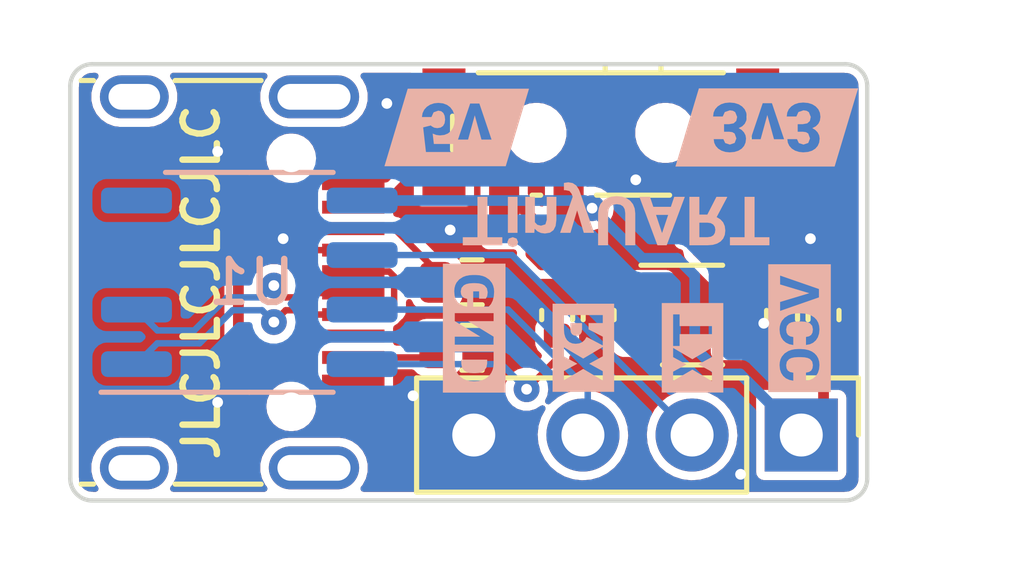
<source format=kicad_pcb>
(kicad_pcb (version 20211014) (generator pcbnew)
  (layers (0 "F.Cu" signal) (31 "B.Cu" signal) (34 "B.Paste" user) (35 "F.Paste" user) (36 "B.SilkS" user "B.Silkscreen") (37 "F.SilkS" user "F.Silkscreen") (38 "B.Mask" user) (39 "F.Mask" user) (44 "Edge.Cuts" user))
  (net 0 "")
  (net 1 "Net-(J1-PadA5)")
  (net 2 "GND")
  (net 3 "Net-(J1-PadB5)")
  (net 4 "VBUS")
  (net 6 "+3V3")
  (net 7 "D+")
  (net 8 "D-")
  (net 10 "TX")
  (net 11 "RX")
  (net 12 "Net-(C2-Pad2)")
  (net 16 "Vout")
  (footprint "Connector_PinHeader_2.54mm:PinHeader_1x04_P2.54mm_Vertical" (layer "F.Cu") (at 96.256 46.736 -90)
    (fp_text reference "J3" hide)
    (fp_text value "UART")
    (fp_line (start -1.33 1.27) (end -1.33 8.95) (layer "F.SilkS") (width 0.12))
    (fp_line (start -1.33 8.95) (end 1.33 8.95) (layer "F.SilkS") (width 0.12))
    (fp_line (start -1.33 1.27) (end 1.33 1.27) (layer "F.SilkS") (width 0.12))
    (fp_line (start -1.33 0) (end -1.33 -1.33) (layer "F.SilkS") (width 0.12))
    (fp_line (start 1.33 1.27) (end 1.33 8.95) (layer "F.SilkS") (width 0.12))
    (fp_line (start -1.33 -1.33) (end 0 -1.33) (layer "F.SilkS") (width 0.12))
    (pad "1" thru_hole rect (at 0 0 270) (size 1.7 1.7) (drill 1) (layers *.Cu *.Mask) (net 16 "Vout"))
    (pad "2" thru_hole oval (at 0 2.54 270) (size 1.7 1.7) (drill 1) (layers *.Cu *.Mask) (net 10 "TX"))
    (pad "3" thru_hole oval (at 0 5.08 270) (size 1.7 1.7) (drill 1) (layers *.Cu *.Mask) (net 11 "RX"))
    (pad "4" thru_hole oval (at 0 7.62 270) (size 1.7 1.7) (drill 1) (layers *.Cu *.Mask) (net 2 "GND"))
  )
  (footprint "Resistor_SMD:R_0603_1608Metric" (layer "F.Cu") (at 88.5952 43.18)
    (fp_text reference "R1" hide)
    (fp_text value "5k1")
    (fp_line (start -0.237258 0.5225) (end 0.237258 0.5225) (layer "F.SilkS") (width 0.12))
    (fp_line (start -0.237258 -0.5225) (end 0.237258 -0.5225) (layer "F.SilkS") (width 0.12))
    (pad "1" smd roundrect (at -0.825 0) (size 0.8 0.95) (layers "F.Cu" "F.Paste" "F.Mask") (net 1 "Net-(J1-PadA5)"))
    (pad "2" smd roundrect (at 0.825 0) (size 0.8 0.95) (layers "F.Cu" "F.Paste" "F.Mask") (net 2 "GND"))
  )
  (footprint "Button_Switch_SMD:SW_SPDT_PCM12" (layer "F.Cu") (at 91.5924 40.0304 180)
    (fp_text reference "SW1" hide)
    (fp_text value "SW_Push_SPDT" hide)
    (fp_line (start 3.45 0.72) (end 3.45 -0.07) (layer "F.SilkS") (width 0.12))
    (fp_line (start -1.6 -1.12) (end 0.1 -1.12) (layer "F.SilkS") (width 0.12))
    (fp_line (start -2.85 1.73) (end 2.85 1.73) (layer "F.SilkS") (width 0.12))
    (fp_line (start -0.1016 1.8796) (end -0.1016 1.73) (layer "F.SilkS") (width 0.12))
    (fp_line (start -3.45 -0.07) (end -3.45 0.72) (layer "F.SilkS") (width 0.12))
    (fp_line (start 1.4 -1.12) (end 1.6 -1.12) (layer "F.SilkS") (width 0.12))
    (fp_line (start -1.4 1.73) (end -1.4 1.8796) (layer "F.SilkS") (width 0.12))
    (pad "" smd rect (at 3.65 1.43 180) (size 1 0.8) (layers "F.Cu" "F.Paste" "F.Mask"))
    (pad "" smd rect (at -3.65 -0.78 180) (size 1 0.8) (layers "F.Cu" "F.Paste" "F.Mask"))
    (pad "" np_thru_hole circle (at 1.5 0.33 180) (size 0.9 0.9) (drill 0.9) (layers *.Cu *.Mask))
    (pad "" smd rect (at 3.65 -0.78 180) (size 1 0.8) (layers "F.Cu" "F.Paste" "F.Mask"))
    (pad "" np_thru_hole circle (at -1.5 0.33 180) (size 0.9 0.9) (drill 0.9) (layers *.Cu *.Mask))
    (pad "" smd rect (at -3.65 1.43 180) (size 1 0.8) (layers "F.Cu" "F.Paste" "F.Mask"))
    (pad "1" smd rect (at -2.25 -1.43 180) (size 0.7 1.5) (layers "F.Cu" "F.Paste" "F.Mask") (net 6 "+3V3"))
    (pad "2" smd rect (at 0.75 -1.43 180) (size 0.7 1.5) (layers "F.Cu" "F.Paste" "F.Mask") (net 16 "Vout"))
    (pad "3" smd rect (at 2.25 -1.43 180) (size 0.7 1.5) (layers "F.Cu" "F.Paste" "F.Mask") (net 4 "VBUS"))
  )
  (footprint "Capacitor_SMD:C_0402_1005Metric" (layer "F.Cu") (at 95.8088 43.942 -90)
    (fp_text reference "C4" hide)
    (fp_text value "1u")
    (fp_line (start -0.107836 -0.36) (end 0.107836 -0.36) (layer "F.SilkS") (width 0.12))
    (fp_line (start -0.107836 0.36) (end 0.107836 0.36) (layer "F.SilkS") (width 0.12))
    (pad "1" smd roundrect (at -0.48 0 270) (size 0.56 0.62) (layers "F.Cu" "F.Paste" "F.Mask") (net 6 "+3V3"))
    (pad "2" smd roundrect (at 0.48 0 270) (size 0.56 0.62) (layers "F.Cu" "F.Paste" "F.Mask") (net 2 "GND"))
  )
  (footprint "Capacitor_SMD:C_0402_1005Metric" (layer "F.Cu") (at 91.5416 43.942 -90)
    (fp_text reference "C3" hide)
    (fp_text value "1u")
    (fp_line (start -0.107836 -0.36) (end 0.107836 -0.36) (layer "F.SilkS") (width 0.12))
    (fp_line (start -0.107836 0.36) (end 0.107836 0.36) (layer "F.SilkS") (width 0.12))
    (pad "1" smd roundrect (at -0.48 0 270) (size 0.56 0.62) (layers "F.Cu" "F.Paste" "F.Mask") (net 4 "VBUS"))
    (pad "2" smd roundrect (at 0.48 0 270) (size 0.56 0.62) (layers "F.Cu" "F.Paste" "F.Mask") (net 2 "GND"))
  )
  (footprint "Connector_USB:USB_C_Receptacle_HRO_TYPE-C-31-M-12" (layer "F.Cu") (at 81.788 43.18 -90)
    (fp_text reference "J1" hide)
    (fp_text value "USB C")
    (fp_line (start -4.7 2) (end -4.7 2.286) (layer "F.SilkS") (width 0.12))
    (fp_line (start 4.7 -1.9) (end 4.7 0.1) (layer "F.SilkS") (width 0.12))
    (fp_line (start 4.7 2) (end 4.7 2.286) (layer "F.SilkS") (width 0.12))
    (fp_line (start -4.7 -1.9) (end -4.7 0.1) (layer "F.SilkS") (width 0.12))
    (pad "" np_thru_hole circle (at 2.89 -2.6 270) (size 0.65 0.65) (drill 0.65) (layers *.Cu *.Mask))
    (pad "" np_thru_hole circle (at -2.89 -2.6 270) (size 0.65 0.65) (drill 0.65) (layers *.Cu *.Mask))
    (pad "A1" smd rect (at -3.25 -4.045 270) (size 0.6 1.45) (layers "F.Cu" "F.Paste" "F.Mask") (net 2 "GND"))
    (pad "A4" smd rect (at -2.45 -4.045 270) (size 0.6 1.45) (layers "F.Cu" "F.Paste" "F.Mask") (net 4 "VBUS"))
    (pad "A5" smd rect (at -1.25 -4.045 270) (size 0.3 1.45) (layers "F.Cu" "F.Paste" "F.Mask") (net 1 "Net-(J1-PadA5)"))
    (pad "A6" smd rect (at -0.25 -4.045 270) (size 0.3 1.45) (layers "F.Cu" "F.Paste" "F.Mask") (net 7 "D+"))
    (pad "A7" smd rect (at 0.25 -4.045 270) (size 0.3 1.45) (layers "F.Cu" "F.Paste" "F.Mask") (net 8 "D-"))
    (pad "A8" smd rect (at 1.25 -4.045 270) (size 0.3 1.45) (layers "F.Cu" "F.Paste" "F.Mask"))
    (pad "A9" smd rect (at 2.45 -4.045 270) (size 0.6 1.45) (layers "F.Cu" "F.Paste" "F.Mask") (net 4 "VBUS"))
    (pad "A12" smd rect (at 3.25 -4.045 270) (size 0.6 1.45) (layers "F.Cu" "F.Paste" "F.Mask") (net 2 "GND"))
    (pad "B1" smd rect (at 3.25 -4.045 270) (size 0.6 1.45) (layers "F.Cu" "F.Paste" "F.Mask") (net 2 "GND"))
    (pad "B4" smd rect (at 2.45 -4.045 270) (size 0.6 1.45) (layers "F.Cu" "F.Paste" "F.Mask") (net 4 "VBUS"))
    (pad "B5" smd rect (at 1.75 -4.045 270) (size 0.3 1.45) (layers "F.Cu" "F.Paste" "F.Mask") (net 3 "Net-(J1-PadB5)"))
    (pad "B6" smd rect (at 0.75 -4.045 270) (size 0.3 1.45) (layers "F.Cu" "F.Paste" "F.Mask") (net 7 "D+"))
    (pad "B7" smd rect (at -0.75 -4.045 270) (size 0.3 1.45) (layers "F.Cu" "F.Paste" "F.Mask") (net 8 "D-"))
    (pad "B8" smd rect (at -1.75 -4.045 270) (size 0.3 1.45) (layers "F.Cu" "F.Paste" "F.Mask"))
    (pad "B9" smd rect (at -2.45 -4.045 270) (size 0.6 1.45) (layers "F.Cu" "F.Paste" "F.Mask") (net 4 "VBUS"))
    (pad "B12" smd rect (at -3.25 -4.045 270) (size 0.6 1.45) (layers "F.Cu" "F.Paste" "F.Mask") (net 2 "GND"))
    (pad "S1" thru_hole oval (at 4.32 -3.13 270) (size 1 2.1) (drill oval 0.6 1.7) (layers *.Cu *.Mask))
    (pad "S1" thru_hole oval (at 4.32 1.05 270) (size 1 1.6) (drill oval 0.6 1.2) (layers *.Cu *.Mask))
    (pad "S1" thru_hole oval (at -4.32 -3.13 270) (size 1 2.1) (drill oval 0.6 1.7) (layers *.Cu *.Mask))
    (pad "S1" thru_hole oval (at -4.32 1.05 270) (size 1 1.6) (drill oval 0.6 1.2) (layers *.Cu *.Mask))
  )
  (footprint "Resistor_SMD:R_0603_1608Metric" (layer "F.Cu") (at 88.5952 44.704)
    (fp_text reference "R2" hide)
    (fp_text value "5k1")
    (fp_line (start -0.237258 0.5225) (end 0.237258 0.5225) (layer "F.SilkS") (width 0.12))
    (fp_line (start -0.237258 -0.5225) (end 0.237258 -0.5225) (layer "F.SilkS") (width 0.12))
    (pad "1" smd roundrect (at -0.825 0) (size 0.8 0.95) (layers "F.Cu" "F.Paste" "F.Mask") (net 3 "Net-(J1-PadB5)"))
    (pad "2" smd roundrect (at 0.825 0) (size 0.8 0.95) (layers "F.Cu" "F.Paste" "F.Mask") (net 2 "GND"))
  )
  (footprint "Package_TO_SOT_SMD:SOT-353_SC-70-5" (layer "F.Cu") (at 93.726 43.942)
    (fp_text reference "U2" hide)
    (fp_text value "ME6211C")
    (fp_line (start -0.7 1.16) (end 0.7 1.16) (layer "F.SilkS") (width 0.12))
    (fp_line (start 0.7 -1.16) (end -1.2 -1.16) (layer "F.SilkS") (width 0.12))
    (pad "1" smd rect (at -0.95 -0.65) (size 0.65 0.4) (layers "F.Cu" "F.Paste" "F.Mask") (net 4 "VBUS"))
    (pad "2" smd rect (at -0.95 0) (size 0.65 0.4) (layers "F.Cu" "F.Paste" "F.Mask") (net 2 "GND"))
    (pad "3" smd rect (at -0.95 0.65) (size 0.65 0.4) (layers "F.Cu" "F.Paste" "F.Mask") (net 4 "VBUS"))
    (pad "4" smd rect (at 0.95 0.65) (size 0.65 0.4) (layers "F.Cu" "F.Paste" "F.Mask"))
    (pad "5" smd rect (at 0.95 -0.65) (size 0.65 0.4) (layers "F.Cu" "F.Paste" "F.Mask") (net 6 "+3V3"))
  )
  (footprint "Capacitor_SMD:C_0402_1005Metric" (layer "F.Cu") (at 90.5764 43.942 -90)
    (fp_text reference "C2" hide)
    (fp_text value "100n")
    (fp_line (start -0.107836 -0.36) (end 0.107836 -0.36) (layer "F.SilkS") (width 0.12))
    (fp_line (start -0.107836 0.36) (end 0.107836 0.36) (layer "F.SilkS") (width 0.12))
    (pad "1" smd roundrect (at -0.48 0 270) (size 0.56 0.62) (layers "F.Cu" "F.Paste" "F.Mask") (net 2 "GND"))
    (pad "2" smd roundrect (at 0.48 0 270) (size 0.56 0.62) (layers "F.Cu" "F.Paste" "F.Mask") (net 12 "Net-(C2-Pad2)"))
  )
  (footprint "Capacitor_SMD:C_0402_1005Metric" (layer "F.Cu") (at 96.774 43.942 90)
    (fp_text reference "C1" hide)
    (fp_text value "100n")
    (fp_line (start -0.107836 -0.36) (end 0.107836 -0.36) (layer "F.SilkS") (width 0.12))
    (fp_line (start -0.107836 0.36) (end 0.107836 0.36) (layer "F.SilkS") (width 0.12))
    (pad "1" smd roundrect (at -0.48 0 90) (size 0.56 0.62) (layers "F.Cu" "F.Paste" "F.Mask") (net 16 "Vout"))
    (pad "2" smd roundrect (at 0.48 0 90) (size 0.56 0.62) (layers "F.Cu" "F.Paste" "F.Mask") (net 2 "GND"))
  )
  (footprint "kibuzzard-63CD5252" (layer "B.Cu") (at 91.186 44.704 -90)
    (fp_text reference "kibuzzard-63CD5252" hide)
    (fp_text value "G***" hide)
    (fp_poly (pts (xy -0.761814 0.716029) (xy -1.026397 0.716029) (xy -1.026397 -0.716029) (xy -0.761814 -0.716029) (xy -0.575779 -0.716029) (xy -0.575779 -0.451445) (xy -0.761814 -0.451445) (xy -0.761814 0.451445) (xy -0.426331 0.451445) (xy -0.327801 0.443522) (xy -0.245532 0.41975) (xy -0.179524 0.380132) (xy -0.131293 0.326044) (xy -0.102354 0.258864) (xy -0.092708 0.178594) (xy -0.102707 0.09387) (xy -0.132705 0.024495) (xy -0.183012 -0.030928) (xy -0.253938 -0.073794) (xy -0.058601 -0.442764) (xy -0.058601 -0.451445) (xy -0.258279 -0.451445) (xy -0.427571 -0.120923) (xy -0.575779 -0.120923) (xy -0.575779 -0.451445) (xy -0.575779 -0.716029) (xy 0.761814 -0.716029) (xy 0.761814 -0.451445) (xy 0.545393 -0.451445) (xy 0.37176 -0.135186) (xy 0.198127 -0.451445) (xy -0.018293 -0.451445) (xy 0.251458 0.003721) (xy -0.011472 0.451445) (xy 0.202468 0.451445) (xy 0.37176 0.140146) (xy 0.541052 0.451445) (xy 0.754993 0.451445) (xy 0.492063 0.003721) (xy 0.761814 -0.451445) (xy 0.761814 -0.716029) (xy 1.026397 -0.716029) (xy 1.026397 0.716029) (xy 0.761814 0.716029) (xy -0.761814 0.716029)) (layer "B.SilkS") (width 0) (fill solid))
    (fp_poly (pts (xy -0.575779 0.029766) (xy -0.42571 0.029766) (xy -0.363544 0.03868) (xy -0.31719 0.065422) (xy -0.288354 0.107823) (xy -0.278743 0.163711) (xy -0.287812 0.220762) (xy -0.31502 0.26417) (xy -0.360986 0.29161) (xy -0.426331 0.300757) (xy -0.575779 0.300757) (xy -0.575779 0.029766)) (layer "B.SilkS") (width 0) (fill solid))
  )
  (footprint "kibuzzard-63CD525C" (layer "B.Cu") (at 93.726 44.704 -90)
    (fp_text reference "kibuzzard-63CD525C" hide)
    (fp_text value "G***" hide)
    (fp_poly (pts (xy -0.777317 0.716029) (xy -1.0419 0.716029) (xy -1.0419 -0.716029) (xy -0.777317 -0.716029) (xy -0.31843 -0.716029) (xy -0.31843 -0.451445) (xy -0.504465 -0.451445) (xy -0.504465 0.300757) (xy -0.777317 0.300757) (xy -0.777317 0.451445) (xy -0.041858 0.451445) (xy -0.041858 0.300757) (xy -0.31843 0.300757) (xy -0.31843 -0.451445) (xy -0.31843 -0.716029) (xy 0.777317 -0.716029) (xy 0.777317 -0.451445) (xy 0.560896 -0.451445) (xy 0.387263 -0.135186) (xy 0.21363 -0.451445) (xy -0.002791 -0.451445) (xy 0.26696 0.003721) (xy 0.004031 0.451445) (xy 0.217971 0.451445) (xy 0.387263 0.140146) (xy 0.556555 0.451445) (xy 0.770496 0.451445) (xy 0.507566 0.003721) (xy 0.777317 -0.451445) (xy 0.777317 -0.716029) (xy 1.0419 -0.716029) (xy 1.0419 0.716029) (xy 0.777317 0.716029) (xy -0.777317 0.716029)) (layer "B.SilkS") (width 0) (fill solid))
  )
  (footprint "Package_SO:SOP-8_3.9x4.9mm_P1.27mm" (layer "B.Cu") (at 83.4136 43.18)
    (fp_text reference "U1" (at 0.0508 0) (layer "B.SilkS") (effects (justify mirror)))
    (fp_text value "CH340N")
    (fp_line (start 0 2.56) (end -3.45 2.56) (layer "B.SilkS") (width 0.12))
    (fp_line (start 0 -2.56) (end 1.95 -2.56) (layer "B.SilkS") (width 0.12))
    (fp_line (start 0 -2.56) (end -1.95 -2.56) (layer "B.SilkS") (width 0.12))
    (fp_line (start 0 2.56) (end 1.95 2.56) (layer "B.SilkS") (width 0.12))
    (pad "1" smd roundrect (at -2.625 1.905) (size 1.65 0.6) (layers "B.Cu" "B.Paste" "B.Mask") (net 7 "D+"))
    (pad "2" smd roundrect (at -2.625 0.635) (size 1.65 0.6) (layers "B.Cu" "B.Paste" "B.Mask") (net 8 "D-"))
    (pad "3" smd roundrect (at -2.625 -0.635) (size 1.65 0.6) (layers "B.Cu" "B.Paste" "B.Mask") (net 2 "GND"))
    (pad "4" smd roundrect (at -2.625 -1.905) (size 1.65 0.6) (layers "B.Cu" "B.Paste" "B.Mask"))
    (pad "5" smd roundrect (at 2.625 -1.905) (size 1.65 0.6) (layers "B.Cu" "B.Paste" "B.Mask") (net 16 "Vout"))
    (pad "6" smd roundrect (at 2.625 -0.635) (size 1.65 0.6) (layers "B.Cu" "B.Paste" "B.Mask") (net 10 "TX"))
    (pad "7" smd roundrect (at 2.625 0.635) (size 1.65 0.6) (layers "B.Cu" "B.Paste" "B.Mask") (net 11 "RX"))
    (pad "8" smd roundrect (at 2.625 1.905) (size 1.65 0.6) (layers "B.Cu" "B.Paste" "B.Mask") (net 12 "Net-(C2-Pad2)"))
  )
  (footprint "kibuzzard-63CD506C" (layer "B.Cu") (at 88.2396 39.5732)
    (fp_text reference "kibuzzard-63CD506C" hide)
    (fp_text value "G***" hide)
    (fp_poly (pts (xy -0.809641 0.902787) (xy -1.14037 0.902787) (xy -1.682042 0.902787) (xy -1.14037 -0.902787) (xy -0.809641 -0.902787) (xy -0.427493 -0.902787) (xy -0.427493 -0.572058) (xy -0.526131 -0.561691) (xy -0.617404 -0.530588) (xy -0.695791 -0.480688) (xy -0.755768 -0.413928) (xy -0.794622 -0.333507) (xy -0.809641 -0.242621) (xy -0.587949 -0.242621) (xy -0.538727 -0.352304) (xy -0.428268 -0.391449) (xy -0.361024 -0.377787) (xy -0.311221 -0.336801) (xy -0.280409 -0.270817) (xy -0.270139 -0.182159) (xy -0.28196 -0.097281) (xy -0.317422 -0.034882) (xy -0.37459 0.003488) (xy -0.451523 0.016278) (xy -0.523805 0.005814) (xy -0.580972 -0.02558) (xy -0.602676 -0.045734) (xy -0.78096 -0.00155) (xy -0.715848 0.572058) (xy -0.083328 0.572058) (xy -0.083328 0.385248) (xy -0.532138 0.385248) (xy -0.560043 0.142627) (xy -0.477684 0.174602) (xy -0.390286 0.18526) (xy -0.290551 0.17415) (xy -0.206318 0.140818) (xy -0.137589 0.085266) (xy -0.086773 0.009732) (xy -0.056284 -0.083544) (xy -0.046121 -0.194562) (xy -0.057652 -0.298141) (xy -0.092242 -0.390286) (xy -0.148344 -0.467026) (xy -0.224405 -0.524387) (xy -0.318198 -0.56014) (xy -0.427493 -0.572058) (xy -0.427493 -0.902787) (xy 0.526712 -0.902787) (xy 0.526712 -0.556555) (xy 0.312772 -0.556555) (xy 0.029843 0.282153) (xy 0.263937 0.282153) (xy 0.419742 -0.282928) (xy 0.575546 0.282153) (xy 0.809641 0.282153) (xy 0.526712 -0.556555) (xy 0.526712 -0.902787) (xy 0.809641 -0.902787) (xy 1.14037 -0.902787) (xy 1.682042 -0.902787) (xy 1.14037 0.902787) (xy 0.809641 0.902787) (xy -0.809641 0.902787)) (layer "B.SilkS") (width 0) (fill solid))
  )
  (footprint "kibuzzard-63CD5248" (layer "B.Cu") (at 88.646 44.2468 -90)
    (fp_text reference "kibuzzard-63CD5248" hide)
    (fp_text value "G***" hide)
    (fp_poly (pts (xy -1.237134 0.728431) (xy -1.501717 0.728431) (xy -1.501717 -0.728431) (xy -1.237134 -0.728431) (xy -0.84584 -0.728431) (xy -0.84584 -0.463848) (xy -0.920771 -0.458163) (xy -0.989294 -0.44111) (xy -1.051409 -0.412688) (xy -1.129698 -0.349979) (xy -1.187834 -0.26417) (xy -1.214672 -0.195475) (xy -1.231105 -0.1192) (xy -1.237134 -0.035347) (xy -1.237134 0.026045) (xy -1.232069 0.112138) (xy -1.216877 0.190169) (xy -1.191555 0.260139) (xy -1.1359 0.347421) (xy -1.06009 0.411448) (xy -0.99956 0.440559) (xy -0.932484 0.458025) (xy -0.858862 0.463848) (xy -0.759575 0.455338) (xy -0.675859 0.42981) (xy -0.607715 0.387263) (xy -0.555556 0.328455) (xy -0.519796 0.254145) (xy -0.500435 0.164331) (xy -0.681509 0.164331) (xy -0.70143 0.231459) (xy -0.736389 0.277813) (xy -0.786851 0.304788) (xy -0.853281 0.313779) (xy -0.936842 0.295951) (xy -0.997769 0.242466) (xy -1.025398 0.187206) (xy -1.042141 0.116513) (xy -1.047998 0.030386) (xy -1.047998 -0.027285) (xy -1.042004 -0.114239) (xy -1.02402 -0.18576) (xy -0.994048 -0.241846) (xy -0.92754 -0.296261) (xy -0.835918 -0.314399) (xy -0.746156 -0.303237) (xy -0.68647 -0.269751) (xy -0.68647 -0.114102) (xy -0.855762 -0.114102) (xy -0.855762 0.022944) (xy -0.500435 0.022944) (xy -0.500435 -0.337344) (xy -0.561051 -0.390751) (xy -0.642441 -0.430671) (xy -0.73918 -0.455554) (xy -0.84584 -0.463848) (xy -0.84584 -0.728431) (xy 0.384473 -0.728431) (xy 0.384473 -0.451445) (xy 0.198438 -0.451445) (xy -0.163711 0.142627) (xy -0.163711 -0.451445) (xy -0.349746 -0.451445) (xy -0.349746 0.451445) (xy -0.163711 0.451445) (xy 0.199058 -0.143867) (xy 0.199058 0.451445) (xy 0.384473 0.451445) (xy 0.384473 -0.451445) (xy 0.384473 -0.728431) (xy 0.546943 -0.728431) (xy 0.546943 -0.451445) (xy 0.546943 0.451445) (xy 0.824756 0.451445) (xy 0.90134 0.445485) (xy 0.972344 0.427605) (xy 1.037766 0.397805) (xy 1.095816 0.357015) (xy 1.144702 0.306166) (xy 1.184424 0.245256) (xy 1.213707 0.17632) (xy 1.231277 0.101389) (xy 1.237134 0.020464) (xy 1.237134 -0.021084) (xy 1.23138 -0.101906) (xy 1.214121 -0.176527) (xy 1.185354 -0.244946) (xy 1.146114 -0.305373) (xy 1.097435 -0.356016) (xy 1.039316 -0.396875) (xy 0.973791 -0.426916) (xy 0.902891 -0.445106) (xy 0.826616 -0.451445) (xy 0.546943 -0.451445) (xy 0.546943 -0.728431) (xy 1.237134 -0.728431) (xy 1.501717 -0.728431) (xy 1.501717 0.728431) (xy 1.237134 0.728431) (xy -1.237134 0.728431)) (layer "B.SilkS") (width 0) (fill solid))
    (fp_poly (pts (xy 0.732979 0.300757) (xy 0.732979 -0.301997) (xy 0.822896 -0.301997) (xy 0.919169 -0.284169) (xy 0.989707 -0.230684) (xy 1.021884 -0.17632) (xy 1.041521 -0.108314) (xy 1.048618 -0.026665) (xy 1.048618 0.021084) (xy 1.042279 0.105454) (xy 1.023262 0.175011) (xy 0.991567 0.229753) (xy 0.921339 0.283006) (xy 0.824756 0.300757) (xy 0.732979 0.300757)) (layer "B.SilkS") (width 0) (fill solid))
  )
  (footprint "kibuzzard-63CD529F" (layer "B.Cu") (at 91.948 41.6052)
    (fp_text reference "kibuzzard-63CD529F" hide)
    (fp_text value "G***" hide)
    (fp_poly (pts (xy 0.445709 0.71236) (xy 0.445709 -0.031006) (xy 0.432833 -0.1459) (xy 0.394205 -0.243568) (xy 0.329825 -0.324011) (xy 0.243138 -0.38387) (xy 0.137589 -0.419785) (xy 0.013177 -0.431757) (xy -0.109554 -0.420129) (xy -0.214199 -0.385248) (xy -0.300757 -0.327112) (xy -0.365611 -0.24865) (xy -0.405143 -0.15279) (xy -0.419354 -0.039532) (xy -0.419354 0.71236) (xy -0.18681 0.71236) (xy -0.18681 -0.032556) (xy -0.173536 -0.128384) (xy -0.133713 -0.194174) (xy -0.070441 -0.232253) (xy 0.013177 -0.244946) (xy 0.09917 -0.232059) (xy 0.161037 -0.193399) (xy 0.198777 -0.128965) (xy 0.21239 -0.038757) (xy 0.21239 0.71236) (xy 0.445709 0.71236)) (layer "B.SilkS") (width 0) (fill solid))
    (fp_poly (pts (xy 3.567224 0.523999) (xy 3.221509 0.523999) (xy 3.221509 -0.416254) (xy 2.988965 -0.416254) (xy 2.988965 0.523999) (xy 2.6479 0.523999) (xy 2.6479 0.71236) (xy 3.567224 0.71236) (xy 3.567224 0.523999)) (layer "B.SilkS") (width 0) (fill solid))
    (fp_poly (pts (xy -0.906921 -0.099219) (xy -0.751892 0.422455) (xy -0.511597 0.422455) (xy -0.848785 -0.546478) (xy -0.867389 -0.590662) (xy -0.928367 -0.681957) (xy -1.011049 -0.736734) (xy -1.115436 -0.754993) (xy -1.214655 -0.740265) (xy -1.214655 -0.570508) (xy -1.180548 -0.571283) (xy -1.085593 -0.551904) (xy -1.036371 -0.487567) (xy -1.010016 -0.418579) (xy -1.303796 0.422455) (xy -1.062726 0.422455) (xy -0.906921 -0.099219)) (layer "B.SilkS") (width 0) (fill solid))
    (fp_poly (pts (xy 2.122351 -0.003101) (xy 1.937091 -0.003101) (xy 1.937091 0.18526) (xy 2.124677 0.18526) (xy 2.202385 0.196403) (xy 2.260327 0.229831) (xy 2.296371 0.282832) (xy 2.308386 0.352692) (xy 2.29705 0.424005) (xy 2.26304 0.478265) (xy 2.205582 0.512566) (xy 2.123901 0.523999) (xy 1.937091 0.523999) (xy 1.937091 0.18526) (xy 1.937091 -0.003101) (xy 1.937091 -0.416254) (xy 1.704547 -0.416254) (xy 1.704547 0.71236) (xy 2.123901 0.71236) (xy 2.247064 0.702455) (xy 2.3499 0.672741) (xy 2.43241 0.623218) (xy 2.492699 0.555608) (xy 2.528872 0.471634) (xy 2.54093 0.371295) (xy 2.528431 0.265391) (xy 2.490933 0.178671) (xy 2.428049 0.109393) (xy 2.339392 0.055811) (xy 2.583563 -0.405402) (xy 2.583563 -0.416254) (xy 2.333966 -0.416254) (xy 2.122351 -0.003101)) (layer "B.SilkS") (width 0) (fill solid))
    (fp_poly (pts (xy -2.6479 0.523999) (xy -2.993616 0.523999) (xy -2.993616 -0.416254) (xy -3.22616 -0.416254) (xy -3.22616 0.523999) (xy -3.567224 0.523999) (xy -3.567224 0.71236) (xy -2.6479 0.71236) (xy -2.6479 0.523999)) (layer "B.SilkS") (width 0) (fill solid))
    (fp_poly (pts (xy -2.531628 0.639496) (xy -2.49791 0.722437) (xy -2.406055 0.754993) (xy -2.314587 0.722437) (xy -2.280481 0.639496) (xy -2.314975 0.55578) (xy -2.406055 0.523224) (xy -2.497134 0.55578) (xy -2.531628 0.639496)) (layer "B.SilkS") (width 0) (fill solid))
    (fp_poly (pts (xy 1.273566 -0.18371) (xy 0.928625 -0.18371) (xy 0.928625 0.004651) (xy 1.210779 0.004651) (xy 1.068927 0.427106) (xy 0.928625 0.004651) (xy 0.928625 -0.18371) (xy 0.865839 -0.18371) (xy 0.788324 -0.416254) (xy 0.541052 -0.416254) (xy 0.961182 0.71236) (xy 1.176672 0.71236) (xy 1.599127 -0.416254) (xy 1.351855 -0.416254) (xy 1.273566 -0.18371)) (layer "B.SilkS") (width 0) (fill solid))
    (fp_poly (pts (xy -1.902985 0.422455) (xy -1.896008 0.325562) (xy -1.82926 0.388004) (xy -1.748903 0.425469) (xy -1.654938 0.437958) (xy -1.538666 0.418385) (xy -1.4565 0.359668) (xy -1.407278 0.262) (xy -1.389838 0.125574) (xy -1.389838 -0.416254) (xy -1.613855 -0.416254) (xy -1.613855 0.120148) (xy -1.644861 0.22363) (xy -1.747955 0.255798) (xy -1.830702 0.235645) (xy -1.889807 0.175183) (xy -1.889807 -0.416254) (xy -2.113824 -0.416254) (xy -2.113824 0.422455) (xy -1.902985 0.422455)) (layer "B.SilkS") (width 0) (fill solid))
    (fp_poly (pts (xy -2.293658 -0.416254) (xy -2.518451 -0.416254) (xy -2.518451 0.422455) (xy -2.293658 0.422455) (xy -2.293658 -0.416254)) (layer "B.SilkS") (width 0) (fill solid))
  )
  (footprint "kibuzzard-63CD526B" (layer "B.Cu") (at 96.2152 44.2468 -90)
    (fp_text reference "kibuzzard-63CD526B" hide)
    (fp_text value "G***" hide)
    (fp_poly (pts (xy -1.223801 0.728431) (xy -1.488385 0.728431) (xy -1.488385 -0.728431) (xy -1.223801 -0.728431) (xy -0.716545 -0.728431) (xy -0.716545 -0.451445) (xy -0.910642 -0.451445) (xy -1.223801 0.451445) (xy -1.017302 0.451445) (xy -0.813904 -0.227583) (xy -0.609265 0.451445) (xy -0.402146 0.451445) (xy -0.716545 -0.451445) (xy -0.716545 -0.728431) (xy 0.028215 -0.728431) (xy 0.028215 -0.463848) (xy -0.05397 -0.456542) (xy -0.126891 -0.434625) (xy -0.19055 -0.398096) (xy -0.244946 -0.346956) (xy -0.28849 -0.283064) (xy -0.319593 -0.208282) (xy -0.338255 -0.122609) (xy -0.344475 -0.026045) (xy -0.344475 0.029146) (xy -0.339376 0.112517) (xy -0.32408 0.188998) (xy -0.298586 0.258589) (xy -0.242853 0.346258) (xy -0.167432 0.410828) (xy -0.107521 0.440283) (xy -0.041479 0.457957) (xy 0.030696 0.463848) (xy 0.128123 0.454546) (xy 0.212046 0.426641) (xy 0.282463 0.380132) (xy 0.337171 0.316811) (xy 0.373965 0.23847) (xy 0.392844 0.145107) (xy 0.206809 0.145107) (xy 0.191229 0.220529) (xy 0.15813 0.271921) (xy 0.105342 0.301454) (xy 0.030696 0.311299) (xy -0.050617 0.294633) (xy -0.108521 0.244636) (xy -0.134324 0.19203) (xy -0.150137 0.123093) (xy -0.155959 0.037827) (xy -0.155959 -0.030386) (xy -0.151033 -0.1192) (xy -0.136254 -0.190514) (xy -0.111621 -0.244326) (xy -0.054493 -0.295021) (xy 0.028215 -0.311919) (xy 0.103482 -0.302075) (xy 0.15689 -0.272542) (xy 0.190298 -0.22239) (xy 0.205569 -0.150688) (xy 0.391604 -0.150688) (xy 0.374964 -0.24095) (xy 0.339101 -0.317431) (xy 0.284014 -0.380132) (xy 0.212459 -0.426641) (xy 0.127193 -0.454546) (xy 0.028215 -0.463848) (xy 0.028215 -0.728431) (xy 0.859172 -0.728431) (xy 0.859172 -0.463848) (xy 0.776987 -0.456542) (xy 0.704066 -0.434625) (xy 0.640407 -0.398096) (xy 0.586011 -0.346956) (xy 0.542467 -0.283064) (xy 0.511364 -0.208282) (xy 0.492702 -0.122609) (xy 0.486482 -0.026045) (xy 0.486482 0.029146) (xy 0.491581 0.112517) (xy 0.506877 0.188998) (xy 0.532371 0.258589) (xy 0.588104 0.346258) (xy 0.663525 0.410828) (xy 0.723436 0.440283) (xy 0.789478 0.457957) (xy 0.861653 0.463848) (xy 0.95908 0.454546) (xy 1.043003 0.426641) (xy 1.11342 0.380132) (xy 1.168129 0.316811) (xy 1.204922 0.23847) (xy 1.223801 0.145107) (xy 1.037766 0.145107) (xy 1.022186 0.220529) (xy 0.989087 0.271921) (xy 0.936299 0.301454) (xy 0.861653 0.311299) (xy 0.78034 0.294633) (xy 0.722437 0.244636) (xy 0.696633 0.19203) (xy 0.68082 0.123093) (xy 0.674998 0.037827) (xy 0.674998 -0.030386) (xy 0.679924 -0.1192) (xy 0.694704 -0.190514) (xy 0.719336 -0.244326) (xy 0.776464 -0.295021) (xy 0.859172 -0.311919) (xy 0.934439 -0.302075) (xy 0.987847 -0.272542) (xy 1.021255 -0.22239) (xy 1.036526 -0.150688) (xy 1.222561 -0.150688) (xy 1.205921 -0.24095) (xy 1.170058 -0.317431) (xy 1.114971 -0.380132) (xy 1.043416 -0.426641) (xy 0.95815 -0.454546) (xy 0.859172 -0.463848) (xy 0.859172 -0.728431) (xy 1.223801 -0.728431) (xy 1.488385 -0.728431) (xy 1.488385 0.728431) (xy 1.223801 0.728431) (xy -1.223801 0.728431)) (layer "B.SilkS") (width 0) (fill solid))
  )
  (footprint "kibuzzard-63CD5015" (layer "B.Cu") (at 95.4532 39.5732)
    (fp_text reference "kibuzzard-63CD5015" hide)
    (fp_text value "G***" hide)
    (fp_poly (pts (xy -1.248373 0.910539) (xy -1.579103 0.910539) (xy -2.125426 0.910539) (xy -1.579103 -0.910539) (xy -1.248373 -0.910539) (xy -0.864676 -0.910539) (xy -0.864676 -0.57981) (xy -0.970483 -0.569905) (xy -1.062597 -0.540191) (xy -1.141016 -0.490668) (xy -1.200659 -0.424866) (xy -1.236445 -0.346318) (xy -1.248373 -0.255023) (xy -1.024356 -0.255023) (xy -0.976685 -0.358893) (xy -0.85925 -0.3992) (xy -0.788033 -0.388639) (xy -0.734064 -0.356955) (xy -0.688718 -0.244946) (xy -0.709388 -0.151067) (xy -0.7714 -0.09474) (xy -0.874753 -0.075964) (xy -0.99335 -0.075964) (xy -0.99335 0.099219) (xy -0.873978 0.099219) (xy -0.799757 0.109877) (xy -0.747629 0.141852) (xy -0.706546 0.255023) (xy -0.747241 0.361218) (xy -0.85925 0.3992) (xy -0.966995 0.363931) (xy -1.010403 0.272076) (xy -1.234421 0.272076) (xy -1.222503 0.355889) (xy -1.186749 0.430594) (xy -1.129582 0.49309) (xy -1.053424 0.540277) (xy -0.96341 0.569926) (xy -0.864676 0.57981) (xy -0.753916 0.570292) (xy -0.660382 0.541741) (xy -0.584073 0.494156) (xy -0.527659 0.429862) (xy -0.493811 0.351184) (xy -0.482529 0.258124) (xy -0.49435 0.18371) (xy -0.529813 0.115497) (xy -0.58446 0.057942) (xy -0.653836 0.015503) (xy -0.570605 -0.02713) (xy -0.511597 -0.086816) (xy -0.476424 -0.16123) (xy -0.4647 -0.248047) (xy -0.476887 -0.341667) (xy -0.513448 -0.422024) (xy -0.574384 -0.489117) (xy -0.655386 -0.539502) (xy -0.75215 -0.569733) (xy -0.864676 -0.57981) (xy -0.864676 -0.910539) (xy 0.11976 -0.910539) (xy 0.11976 -0.564307) (xy -0.09418 -0.564307) (xy -0.377109 0.274402) (xy -0.143015 0.274402) (xy 0.01279 -0.29068) (xy 0.168594 0.274402) (xy 0.402689 0.274402) (xy 0.11976 -0.564307) (xy 0.11976 -0.910539) (xy 0.848398 -0.910539) (xy 0.848398 -0.57981) (xy 0.74259 -0.569905) (xy 0.650477 -0.540191) (xy 0.572058 -0.490668) (xy 0.512415 -0.424866) (xy 0.476629 -0.346318) (xy 0.4647 -0.255023) (xy 0.688718 -0.255023) (xy 0.736389 -0.358893) (xy 0.853824 -0.3992) (xy 0.92504 -0.388639) (xy 0.97901 -0.356955) (xy 1.024356 -0.244946) (xy 1.003686 -0.151067) (xy 0.941674 -0.09474) (xy 0.838321 -0.075964) (xy 0.719724 -0.075964) (xy 0.719724 0.099219) (xy 0.839096 0.099219) (xy 0.913316 0.109877) (xy 0.965445 0.141852) (xy 1.006528 0.255023) (xy 0.965833 0.361218) (xy 0.853824 0.3992) (xy 0.746078 0.363931) (xy 0.70267 0.272076) (xy 0.478653 0.272076) (xy 0.490571 0.355889) (xy 0.526324 0.430594) (xy 0.583492 0.49309) (xy 0.65965 0.540277) (xy 0.749664 0.569926) (xy 0.848398 0.57981) (xy 0.959158 0.570292) (xy 1.052692 0.541741) (xy 1.129001 0.494156) (xy 1.185414 0.429862) (xy 1.219262 0.351184) (xy 1.230545 0.258124) (xy 1.218724 0.18371) (xy 1.183261 0.115497) (xy 1.128613 0.057942) (xy 1.059238 0.015503) (xy 1.142469 -0.02713) (xy 1.201477 -0.086816) (xy 1.236649 -0.16123) (xy 1.248373 -0.248047) (xy 1.236186 -0.341667) (xy 1.199625 -0.422024) (xy 1.13869 -0.489117) (xy 1.057687 -0.539502) (xy 0.960923 -0.569733) (xy 0.848398 -0.57981) (xy 0.848398 -0.910539) (xy 1.248373 -0.910539) (xy 1.579103 -0.910539) (xy 2.125426 -0.910539) (xy 1.579103 0.910539) (xy 1.248373 0.910539) (xy -1.248373 0.910539)) (layer "B.SilkS") (width 0) (fill solid))
  )
  (gr_arc (start 79.248 38.608) (mid 79.39679 38.24879) (end 79.756 38.1) (layer "Edge.Cuts") (width 0.1))
  (gr_line (start 79.756 38.1) (end 97.282 38.1) (layer "Edge.Cuts") (width 0.1))
  (gr_line (start 79.756 48.26) (end 97.282 48.26) (layer "Edge.Cuts") (width 0.1))
  (gr_arc (start 97.282 38.1) (mid 97.64121 38.24879) (end 97.79 38.608) (layer "Edge.Cuts") (width 0.1))
  (gr_arc (start 79.756 48.26) (mid 79.39679 48.11121) (end 79.248 47.752) (layer "Edge.Cuts") (width 0.1))
  (gr_line (start 79.248 47.752) (end 79.248 38.608) (layer "Edge.Cuts") (width 0.1))
  (gr_arc (start 97.79 47.752) (mid 97.64121 48.11121) (end 97.282 48.26) (layer "Edge.Cuts") (width 0.1))
  (gr_line (start 97.79 47.752) (end 97.79 38.608) (layer "Edge.Cuts") (width 0.1))
  (gr_text "JLCJLCJLCJLC" (at 82.296 43.18 90) (layer "F.SilkS") (effects (font (size 0.8 0.8))))
  (segment (start 87.7702 42.9138) (end 87.7702 43.18) (width 0.15) (layer "F.Cu") (net 1))
  (segment (start 86.7864 41.93) (end 87.7702 42.9138) (width 0.15) (layer "F.Cu") (net 1))
  (segment (start 85.833 41.93) (end 86.7864 41.93) (width 0.15) (layer "F.Cu") (net 1))
  (via (at 84.201 42.164) (size 0.6) (drill 0.25) (layers "F.Cu" "B.Cu") (net 2))
  (via (at 95.383663 44.133428) (size 0.6) (drill 0.25) (layers "F.Cu" "B.Cu") (net 2))
  (via (at 82.677 40.132) (size 0.6) (drill 0.25) (layers "F.Cu" "B.Cu") (net 2))
  (via (at 88.0872 41.9608) (size 0.6) (drill 0.25) (layers "F.Cu" "B.Cu") (net 2))
  (via (at 96.4692 42.164) (size 0.6) (drill 0.25) (layers "F.Cu" "B.Cu") (net 2))
  (via (at 82.677 45.974) (size 0.6) (drill 0.25) (layers "F.Cu" "B.Cu") (net 2))
  (via (at 94.8436 47.6504) (size 0.6) (drill 0.25) (layers "F.Cu" "B.Cu") (net 2))
  (via (at 92.4052 40.7924) (size 0.6) (drill 0.25) (layers "F.Cu" "B.Cu") (net 2))
  (via (at 86.614 39.0144) (size 0.6) (drill 0.25) (layers "F.Cu" "B.Cu") (net 2))
  (via (at 87.2236 45.8216) (size 0.6) (drill 0.25) (layers "F.Cu" "B.Cu") (net 2))
  (segment (start 85.833 44.93) (end 87.5442 44.93) (width 0.15) (layer "F.Cu") (net 3))
  (segment (start 87.5442 44.93) (end 87.7702 44.704) (width 0.15) (layer "F.Cu") (net 3))
  (segment (start 92.776 44.592) (end 92.1512 44.592) (width 0.25) (layer "F.Cu") (net 4))
  (segment (start 89.9668 42.5196) (end 90.2208 42.7736) (width 0.25) (layer "F.Cu") (net 4))
  (segment (start 92.201 43.292) (end 92.776 43.292) (width 0.25) (layer "F.Cu") (net 4))
  (segment (start 92.1512 44.592) (end 92.1512 43.3418) (width 0.25) (layer "F.Cu") (net 4))
  (segment (start 89.3424 40.6252) (end 89.3424 41.4604) (width 0.25) (layer "F.Cu") (net 4))
  (segment (start 85.833 40.73) (end 85 40.73) (width 0.25) (layer "F.Cu") (net 4))
  (segment (start 92.1512 43.3418) (end 92.201 43.292) (width 0.25) (layer "F.Cu") (net 4))
  (segment (start 84.328 44.958) (end 85 45.63) (width 0.25) (layer "F.Cu") (net 4))
  (segment (start 91.5416 43.462) (end 92.031 43.462) (width 0.25) (layer "F.Cu") (net 4))
  (segment (start 89.9668 41.656) (end 89.9668 42.5196) (width 0.25) (layer "F.Cu") (net 4))
  (segment (start 83.566 44.958) (end 84.328 44.958) (width 0.25) (layer "F.Cu") (net 4))
  (segment (start 84.328 41.402) (end 83.566 41.402) (width 0.25) (layer "F.Cu") (net 4))
  (segment (start 89.7712 41.4604) (end 89.9668 41.656) (width 0.25) (layer "F.Cu") (net 4))
  (segment (start 83.1596 44.5516) (end 83.566 44.958) (width 0.25) (layer "F.Cu") (net 4))
  (segment (start 89.3424 41.4604) (end 89.7712 41.4604) (width 0.25) (layer "F.Cu") (net 4))
  (segment (start 91.5416 43.434) (end 91.5416 43.462) (width 0.25) (layer "F.Cu") (net 4))
  (segment (start 83.566 41.402) (end 83.1596 41.8084) (width 0.25) (layer "F.Cu") (net 4))
  (segment (start 85 45.63) (end 85.833 45.63) (width 0.25) (layer "F.Cu") (net 4))
  (segment (start 85 40.73) (end 84.328 41.402) (width 0.25) (layer "F.Cu") (net 4))
  (segment (start 90.8812 42.7736) (end 91.5416 43.434) (width 0.25) (layer "F.Cu") (net 4))
  (segment (start 85.833 40.73) (end 86.5748 40.73) (width 0.25) (layer "F.Cu") (net 4))
  (segment (start 88.646 39.9288) (end 89.3424 40.6252) (width 0.25) (layer "F.Cu") (net 4))
  (segment (start 92.031 43.462) (end 92.1512 43.3418) (width 0.25) (layer "F.Cu") (net 4))
  (segment (start 87.376 39.9288) (end 88.646 39.9288) (width 0.25) (layer "F.Cu") (net 4))
  (segment (start 86.5748 40.73) (end 87.376 39.9288) (width 0.25) (layer "F.Cu") (net 4))
  (segment (start 90.2208 42.7736) (end 90.8812 42.7736) (width 0.25) (layer "F.Cu") (net 4))
  (segment (start 83.1596 41.8084) (end 83.1596 44.5516) (width 0.25) (layer "F.Cu") (net 4))
  (segment (start 93.8424 42.4584) (end 94.676 43.292) (width 0.25) (layer "F.Cu") (net 6))
  (segment (start 93.8424 41.4604) (end 93.8424 42.4584) (width 0.25) (layer "F.Cu") (net 6))
  (segment (start 94.846 43.462) (end 94.676 43.292) (width 0.25) (layer "F.Cu") (net 6))
  (segment (start 95.8088 43.462) (end 94.846 43.462) (width 0.25) (layer "F.Cu") (net 6))
  (segment (start 84.645499 43.83) (end 84.259818 43.830001) (width 0.15) (layer "F.Cu") (net 7))
  (segment (start 86.783 43.0442) (end 86.783 43.8238) (width 0.15) (layer "F.Cu") (net 7))
  (segment (start 84.745499 43.93) (end 84.645499 43.83) (width 0.15) (layer "F.Cu") (net 7))
  (segment (start 85.833 43.93) (end 84.745499 43.93) (width 0.15) (layer "F.Cu") (net 7))
  (segment (start 85.833 42.93) (end 86.6688 42.93) (width 0.15) (layer "F.Cu") (net 7))
  (segment (start 86.6768 43.93) (end 85.833 43.93) (width 0.15) (layer "F.Cu") (net 7))
  (segment (start 86.783 43.8238) (end 86.6768 43.93) (width 0.15) (layer "F.Cu") (net 7))
  (segment (start 84.259818 43.830001) (end 83.984819 44.105) (width 0.15) (layer "F.Cu") (net 7))
  (segment (start 86.6688 42.93) (end 86.783 43.0442) (width 0.15) (layer "F.Cu") (net 7))
  (via (at 83.984819 44.105) (size 0.6) (drill 0.25) (layers "F.Cu" "B.Cu") (net 7))
  (segment (start 83.026533 43.830001) (end 83.70982 43.830001) (width 0.15) (layer "B.Cu") (net 7))
  (segment (start 83.026533 43.830001) (end 82.256533 44.600001) (width 0.15) (layer "B.Cu") (net 7))
  (segment (start 83.70982 43.830001) (end 83.984819 44.105) (width 0.15) (layer "B.Cu") (net 7))
  (segment (start 81.273599 44.600001) (end 80.7886 45.085) (width 0.15) (layer "B.Cu") (net 7))
  (segment (start 82.256533 44.600001) (end 81.273599 44.600001) (width 0.15) (layer "B.Cu") (net 7))
  (segment (start 85.833 43.43) (end 84.958 43.43) (width 0.15) (layer "F.Cu") (net 8))
  (segment (start 84.836 43.308) (end 84.836 42.552) (width 0.15) (layer "F.Cu") (net 8))
  (segment (start 84.745499 43.43) (end 84.645499 43.53) (width 0.15) (layer "F.Cu") (net 8))
  (segment (start 84.259818 43.529999) (end 83.984819 43.255) (width 0.15) (layer "F.Cu") (net 8))
  (segment (start 84.645499 43.53) (end 84.259818 43.529999) (width 0.15) (layer "F.Cu") (net 8))
  (segment (start 84.836 42.552) (end 84.958 42.43) (width 0.15) (layer "F.Cu") (net 8))
  (segment (start 85.833 43.43) (end 84.745499 43.43) (width 0.15) (layer "F.Cu") (net 8))
  (segment (start 84.958 43.43) (end 84.836 43.308) (width 0.15) (layer "F.Cu") (net 8))
  (segment (start 84.958 42.43) (end 85.833 42.43) (width 0.15) (layer "F.Cu") (net 8))
  (via (at 83.984819 43.255) (size 0.6) (drill 0.25) (layers "F.Cu" "B.Cu") (net 8))
  (segment (start 82.902267 43.529999) (end 82.132267 44.299999) (width 0.15) (layer "B.Cu") (net 8))
  (segment (start 82.132267 44.299999) (end 81.273599 44.299999) (width 0.15) (layer "B.Cu") (net 8))
  (segment (start 81.273599 44.299999) (end 80.7886 43.815) (width 0.15) (layer "B.Cu") (net 8))
  (segment (start 83.70982 43.529999) (end 83.984819 43.255) (width 0.15) (layer "B.Cu") (net 8))
  (segment (start 82.902267 43.529999) (end 83.70982 43.529999) (width 0.15) (layer "B.Cu") (net 8))
  (segment (start 89.525 42.545) (end 93.716 46.736) (width 0.15) (layer "B.Cu") (net 10))
  (segment (start 86.0386 42.545) (end 89.525 42.545) (width 0.15) (layer "B.Cu") (net 10))
  (segment (start 91.176 46.736) (end 91.2876 46.6244) (width 0.15) (layer "B.Cu") (net 11))
  (segment (start 91.2876 45.6692) (end 89.4334 43.815) (width 0.15) (layer "B.Cu") (net 11))
  (segment (start 91.2876 46.6244) (end 91.2876 45.6692) (width 0.15) (layer "B.Cu") (net 11))
  (segment (start 89.4334 43.815) (end 86.0386 43.815) (width 0.15) (layer "B.Cu") (net 11))
  (segment (start 90.5764 44.958) (end 90.5764 44.422) (width 0.15) (layer "F.Cu") (net 12))
  (segment (start 89.8652 45.6692) (end 90.5764 44.958) (width 0.15) (layer "F.Cu") (net 12))
  (via (at 89.8652 45.6692) (size 0.6) (drill 0.25) (layers "F.Cu" "B.Cu") (net 12))
  (segment (start 86.0386 45.085) (end 89.281 45.085) (width 0.15) (layer "B.Cu") (net 12))
  (segment (start 89.281 45.085) (end 89.8652 45.6692) (width 0.15) (layer "B.Cu") (net 12))
  (segment (start 91.3816 41.4604) (end 91.3892 41.4528) (width 0.25) (layer "F.Cu") (net 16))
  (segment (start 96.774 44.422) (end 96.774 46.218) (width 0.25) (layer "F.Cu") (net 16))
  (segment (start 90.8424 41.4604) (end 91.3816 41.4604) (width 0.25) (layer "F.Cu") (net 16))
  (segment (start 96.774 46.218) (end 96.256 46.736) (width 0.25) (layer "F.Cu") (net 16))
  (via (at 91.3892 41.4528) (size 0.6) (drill 0.25) (layers "F.Cu" "B.Cu") (net 16))
  (segment (start 91.2114 41.275) (end 86.0386 41.275) (width 0.25) (layer "B.Cu") (net 16))
  (segment (start 92.5576 42.6212) (end 91.2114 41.275) (width 0.25) (layer "B.Cu") (net 16))
  (segment (start 93.7768 44.704) (end 93.7768 43.0276) (width 0.25) (layer "B.Cu") (net 16))
  (segment (start 94.3864 45.3136) (end 93.7768 44.704) (width 0.25) (layer "B.Cu") (net 16))
  (segment (start 96.1136 46.736) (end 96.256 46.736) (width 0.25) (layer "B.Cu") (net 16))
  (segment (start 93.3704 42.6212) (end 92.5576 42.6212) (width 0.25) (layer "B.Cu") (net 16))
  (segment (start 93.7768 43.0276) (end 93.3704 42.6212) (width 0.25) (layer "B.Cu") (net 16))
  (segment (start 94.8336 45.3136) (end 94.3864 45.3136) (width 0.25) (layer "B.Cu") (net 16))
  (segment (start 96.256 46.736) (end 94.8336 45.3136) (width 0.25) (layer "B.Cu") (net 16))
  (zone (net 2) (net_name "GND") (layers F&B.Cu) (connect_pads yes (clearance 0.2)) (min_thickness 0.15) (fill yes (thermal_gap 0.2) (thermal_bridge_width 0.5))
    (polygon (pts (xy 98.0948 48.5394) (xy 79.0448 48.5394) (xy 79.0448 37.846) (xy 98.0948 37.846)))
  )
)
</source>
